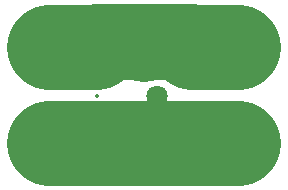
<source format=gbl>
%TF.GenerationSoftware,KiCad,Pcbnew,4.0.5-e0-6337~49~ubuntu16.04.1*%
%TF.CreationDate,2017-05-29T06:36:41-07:00*%
%TF.ProjectId,2x3-Stereo-Headphone-Jack,3278332D53746572656F2D4865616470,v1.1*%
%TF.FileFunction,Copper,L2,Bot,Signal*%
%FSLAX46Y46*%
G04 Gerber Fmt 4.6, Leading zero omitted, Abs format (unit mm)*
G04 Created by KiCad (PCBNEW 4.0.5-e0-6337~49~ubuntu16.04.1) date Mon May 29 06:36:41 2017*
%MOMM*%
%LPD*%
G01*
G04 APERTURE LIST*
%ADD10C,0.350000*%
%ADD11C,7.200000*%
%ADD12C,6.400000*%
%ADD13C,6.000000*%
%ADD14C,5.800000*%
%ADD15C,2.184400*%
%ADD16C,1.803400*%
%ADD17C,0.350000*%
G04 APERTURE END LIST*
D10*
D11*
X21994400Y-44094400D02*
X5994400Y-44094400D01*
D12*
X18185400Y-35585400D02*
X9930400Y-35585400D01*
D11*
X9929400Y-35967400D02*
X5993400Y-35966400D01*
X21994400Y-35967400D02*
X18058400Y-35966400D01*
D13*
X5994400Y-44094400D03*
X5994400Y-36094400D03*
X21994400Y-36094400D03*
X21994400Y-44094400D03*
D14*
X13994400Y-36094400D03*
D13*
X13994400Y-44094400D03*
D15*
X10057400Y-45237400D03*
X10057400Y-42697400D03*
X10057400Y-37490400D03*
X10057400Y-34950400D03*
D16*
X15137400Y-40157400D03*
D17*
X5994400Y-44094400D03*
X5994400Y-36094400D03*
X21994400Y-36094400D03*
X21994400Y-44094400D03*
X13994400Y-36094400D03*
X13994400Y-44094400D03*
X10057400Y-45237400D03*
X10057400Y-42697400D03*
X10057400Y-40157400D03*
X10057400Y-37490400D03*
X10057400Y-34950400D03*
X15137400Y-40157400D03*
X15137400Y-45237400D03*
X17677400Y-45237400D03*
X15137400Y-34950400D03*
X17677400Y-34950400D03*
M02*

</source>
